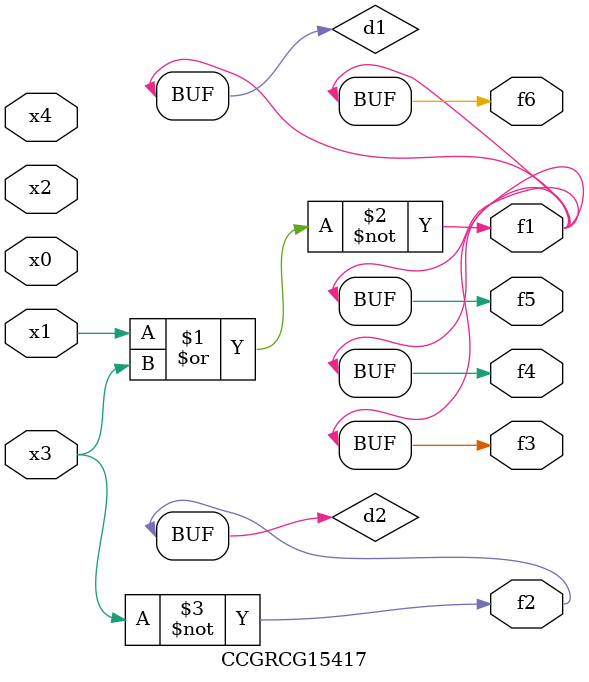
<source format=v>
module CCGRCG15417(
	input x0, x1, x2, x3, x4,
	output f1, f2, f3, f4, f5, f6
);

	wire d1, d2;

	nor (d1, x1, x3);
	not (d2, x3);
	assign f1 = d1;
	assign f2 = d2;
	assign f3 = d1;
	assign f4 = d1;
	assign f5 = d1;
	assign f6 = d1;
endmodule

</source>
